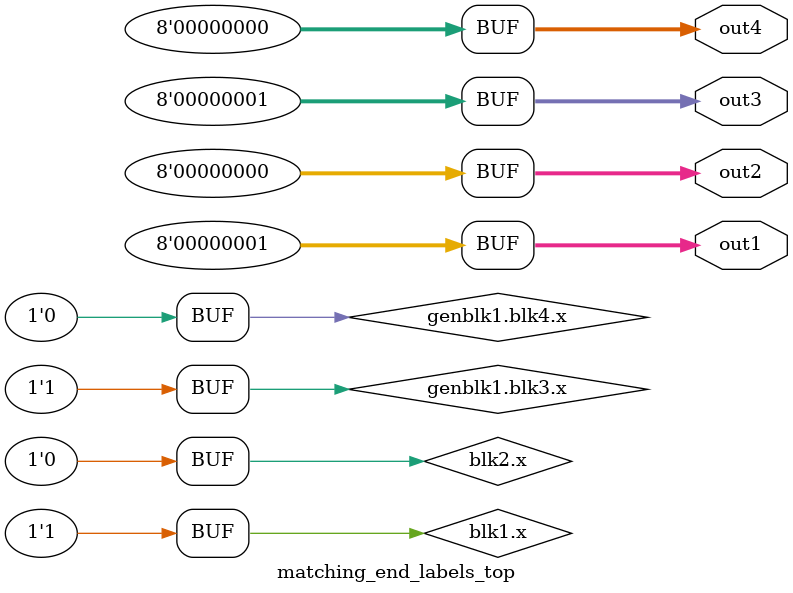
<source format=sv>
module matching_end_labels_top(
    output reg [7:0]
    out1, out2, out3, out4
);
    initial begin
        begin : blk1
            reg x;
            x = 1;
        end
        out1 = blk1.x;
        begin : blk2
            reg x;
            x = 2;
        end : blk2
        out2 = blk2.x;
    end
    if (1) begin
        if (1) begin : blk3
            reg x;
            assign x = 3;
        end
        assign out3 = blk3.x;
        if (1) begin : blk4
            reg x;
            assign x = 4;
        end : blk4
        assign out4 = blk4.x;
    end
endmodule

</source>
